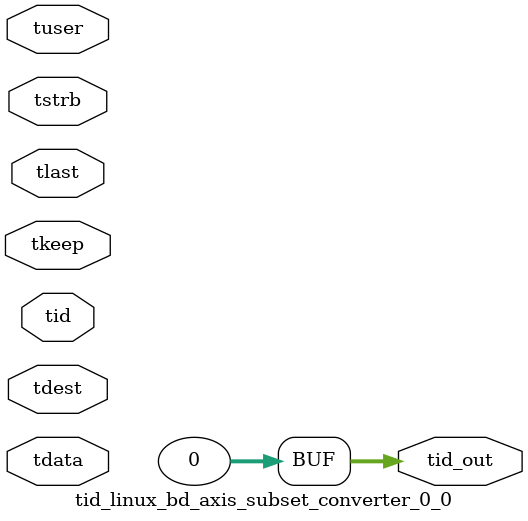
<source format=v>


`timescale 1ps/1ps

module tid_linux_bd_axis_subset_converter_0_0 #
(
parameter C_S_AXIS_TID_WIDTH   = 1,
parameter C_S_AXIS_TUSER_WIDTH = 0,
parameter C_S_AXIS_TDATA_WIDTH = 0,
parameter C_S_AXIS_TDEST_WIDTH = 0,
parameter C_M_AXIS_TID_WIDTH   = 32
)
(
input  [(C_S_AXIS_TID_WIDTH   == 0 ? 1 : C_S_AXIS_TID_WIDTH)-1:0       ] tid,
input  [(C_S_AXIS_TDATA_WIDTH == 0 ? 1 : C_S_AXIS_TDATA_WIDTH)-1:0     ] tdata,
input  [(C_S_AXIS_TUSER_WIDTH == 0 ? 1 : C_S_AXIS_TUSER_WIDTH)-1:0     ] tuser,
input  [(C_S_AXIS_TDEST_WIDTH == 0 ? 1 : C_S_AXIS_TDEST_WIDTH)-1:0     ] tdest,
input  [(C_S_AXIS_TDATA_WIDTH/8)-1:0 ] tkeep,
input  [(C_S_AXIS_TDATA_WIDTH/8)-1:0 ] tstrb,
input                                                                    tlast,
output [(C_M_AXIS_TID_WIDTH   == 0 ? 1 : C_M_AXIS_TID_WIDTH)-1:0       ] tid_out
);

assign tid_out = {1'b0};

endmodule


</source>
